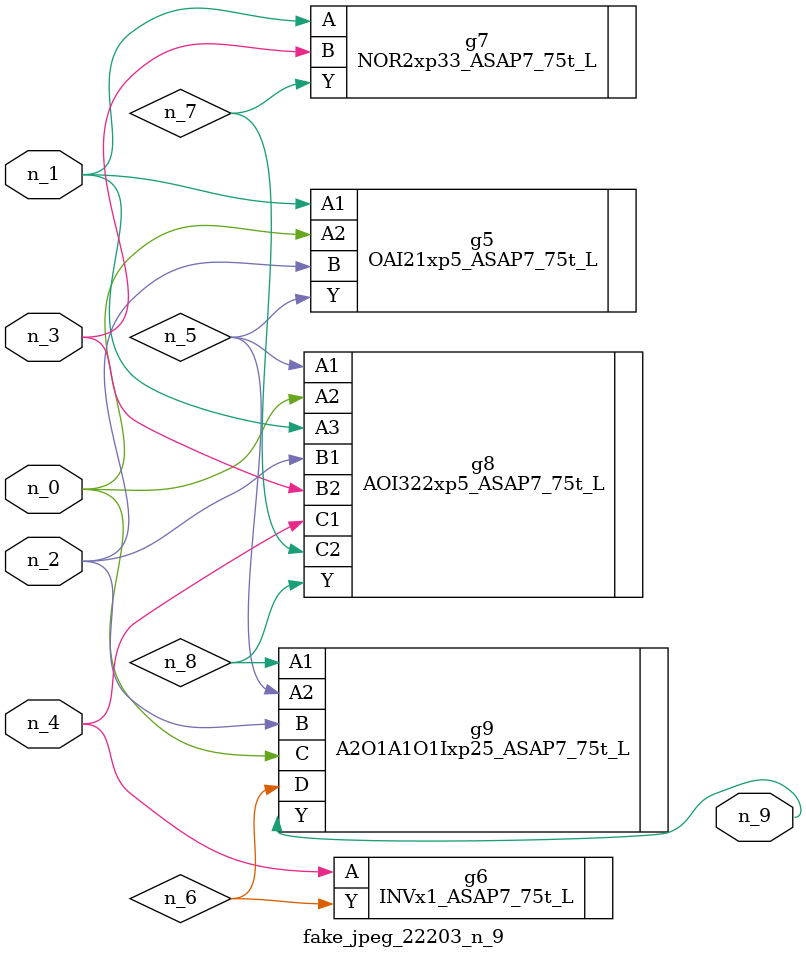
<source format=v>
module fake_jpeg_22203_n_9 (n_3, n_2, n_1, n_0, n_4, n_9);

input n_3;
input n_2;
input n_1;
input n_0;
input n_4;

output n_9;

wire n_8;
wire n_6;
wire n_5;
wire n_7;

OAI21xp5_ASAP7_75t_L g5 ( 
.A1(n_1),
.A2(n_0),
.B(n_2),
.Y(n_5)
);

INVx1_ASAP7_75t_L g6 ( 
.A(n_4),
.Y(n_6)
);

NOR2xp33_ASAP7_75t_L g7 ( 
.A(n_1),
.B(n_3),
.Y(n_7)
);

AOI322xp5_ASAP7_75t_L g8 ( 
.A1(n_5),
.A2(n_0),
.A3(n_1),
.B1(n_2),
.B2(n_3),
.C1(n_4),
.C2(n_7),
.Y(n_8)
);

A2O1A1O1Ixp25_ASAP7_75t_L g9 ( 
.A1(n_8),
.A2(n_5),
.B(n_2),
.C(n_0),
.D(n_6),
.Y(n_9)
);


endmodule
</source>
